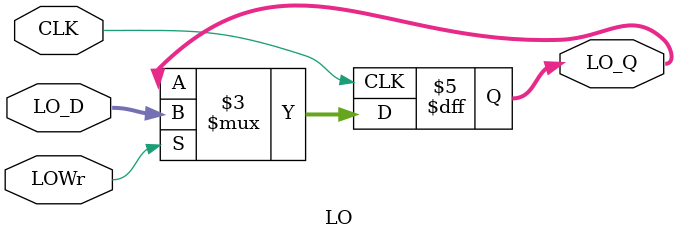
<source format=v>
`timescale 1ns / 1ps

module LO(
  input CLK,
  input LOWr,
  input [31:0] LO_D,
  output reg [31:0] LO_Q
    );
  always @(negedge CLK) 
    begin
        if(LOWr==1) LO_Q <= LO_D;
    end
endmodule

</source>
